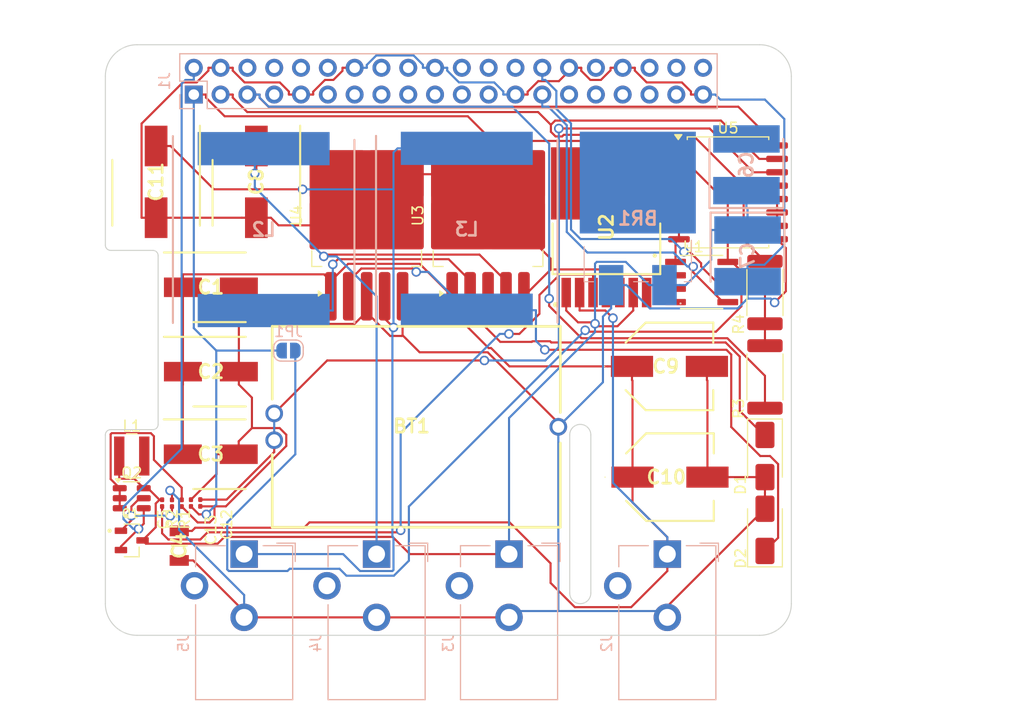
<source format=kicad_pcb>
(kicad_pcb (version 20240108) (generator "pcbnew") (generator_version "8.0")
  (title_block (date "15 nov 2012"))
  (layers (0 "F.Cu" signal) (31 "B.Cu" signal) (34 "B.Paste" user) (35 "F.Paste" user) (36 "B.SilkS" user "B.Silkscreen") (37 "F.SilkS" user "F.Silkscreen") (38 "B.Mask" user) (39 "F.Mask" user) (44 "Edge.Cuts" user))
  (net 0 "")
  (net 26 "/24v to 5v/5Vout")
  (net 28 "GND")
  (net 29 "Net-(U5-VBAT)")
  (net 30 "/24v to 12v _2/24Vin")
  (net 31 "Net-(U2-BOOST)")
  (net 32 "/24v to 12v/12Vout")
  (net 33 "/24v to 12v _2/12Vout")
  (net 34 "3.3V")
  (net 35 "Net-(D1-K)")
  (net 36 "Net-(D2-K)")
  (net 37 "/EEPROM/EEPROM SDA")
  (net 38 "/RTC/SCL")
  (net 39 "/HAT protection/5V protected")
  (net 40 "/RTC/SDA")
  (net 41 "/EEPROM/EEPROM SCL")
  (net 42 "Net-(JP1-A)")
  (net 43 "Net-(Q2B-E2)")
  (net 44 "Net-(Q2A-B1)")
  (footprint "MountingHole:MountingHole_2.7mm_M2.5" (layer "F.Cu") (at 161.5 47.5)
    (property "Reference" "MH2" (hide yes))
    (property "Value" "MountingHole_2.7mm_M2.5" (hide yes))
  )
  (footprint "Package_TO_SOT_SMD:TO-263-5_TabPin3" (layer "F.Cu") (at 136.2618 60.2022 90)
    (property "Reference" "U3")
    (property "Value" "LM2596S-12")
  )
  (footprint "LM2678S-ADJ_NOPB:TO127P1435X464-8N" (layer "F.Cu") (at 147.478 61.3 90)
    (property "Reference" "U2")
    (property "Value" "LM2678T-5.0" (hide yes))
  )
  (footprint "Resistor_SMD:R_0201_0603Metric" (layer "F.Cu") (at 107.2358 87.4723 -90)
    (property "Reference" "R1")
    (property "Value" "10k ohm")
  )
  (footprint "Package_TO_SOT_SMD:TO-263-5_TabPin3" (layer "F.Cu") (at 124.7618 60.2022 90)
    (property "Reference" "U4")
    (property "Value" "LM2596S-12")
  )
  (footprint "Diode_SMD:D_SMA" (layer "F.Cu") (at 162.5 90 90)
    (property "Reference" "D2")
    (property "Value" "SS26")
  )
  (footprint "Inductor_SMD:L_Wuerth_MAPI-4020" (layer "F.Cu") (at 102.5 83)
    (property "Reference" "L1")
    (property "Value" "22uH")
  )
  (footprint "AHA0608150M050R:CAPAE660X850N" (layer "F.Cu") (at 110 67)
    (property "Reference" "C1")
    (property "Value" "15uF/50V" (hide yes))
  )
  (footprint "Capacitor_SMD:C_0201_0603Metric" (layer "F.Cu") (at 108.1111 87.4593 -90)
    (property "Reference" "C13")
    (property "Value" "0.01uF")
  )
  (footprint "Resistor_SMD:R_2512_6332Metric" (layer "F.Cu") (at 162.5 67.5 -90)
    (property "Reference" "R4")
    (property "Value" "10K Ohm")
  )
  (footprint "A768KE187M1ELAE029:CAPAE830X700N" (layer "F.Cu") (at 104.8083 57.0034 -90)
    (property "Reference" "C11")
    (property "Value" "180uF/25V" (hide yes))
  )
  (footprint "Resistor_SMD:R_0201_0603Metric" (layer "F.Cu") (at 106.3123 87.4761 90)
    (property "Reference" "R2")
    (property "Value" "47k ohm")
  )
  (footprint "Package_TO_SOT_SMD:SOT-23-6" (layer "F.Cu") (at 102.5 87)
    (property "Reference" "Q2")
    (property "Value" "DMMT5401")
  )
  (footprint "A768KE187M1ELAE029:CAPAE830X700N" (layer "F.Cu") (at 114.3083 57.0034 -90)
    (property "Reference" "C8")
    (property "Value" "180uF/25V" (hide yes))
  )
  (footprint "MountingHole:MountingHole_2.7mm_M2.5" (layer "F.Cu") (at 103.5 96.5)
    (property "Reference" "MH3" (hide yes))
    (property "Value" "MountingHole_2.7mm_M2.5" (hide yes))
  )
  (footprint "AHA0608150M050R:CAPAE660X850N" (layer "F.Cu") (at 110 75)
    (property "Reference" "C2")
    (property "Value" "15uF/50V" (hide yes))
  )
  (footprint "KAF31ER71H474KL:CAPC3216X152N" (layer "F.Cu") (at 107 91.5 -90)
    (property "Reference" "C4")
    (property "Value" "0.47uF" (hide yes))
  )
  (footprint "MountingHole:MountingHole_2.7mm_M2.5" (layer "F.Cu") (at 103.5 47.5)
    (property "Reference" "MH1" (hide yes))
    (property "Value" "MountingHole_2.7mm_M2.5" (hide yes))
  )
  (footprint "120591-1:120591-1" (layer "F.Cu") (at 129.46 80.23)
    (property "Reference" "BT1")
    (property "Value" "120591-1" (hide yes))
  )
  (footprint "Diode_SMD:D_SMA" (layer "F.Cu") (at 162.5 83 -90)
    (property "Reference" "D1")
    (property "Value" "SS26")
  )
  (footprint "AHA0608150M050R:CAPAE660X850N" (layer "F.Cu") (at 109.987 82.8287)
    (property "Reference" "C3")
    (property "Value" "15uF/50V" (hide yes))
  )
  (footprint "EEH-ZA1V151P:EEHZA1H680P" (layer "F.Cu") (at 153.45 74.5)
    (property "Reference" "C9")
    (property "Value" "150uF/35V" (hide yes))
  )
  (footprint "CAT24C256WI-G:SOIC127P600X175-8N" (layer "F.Cu") (at 156.5 66.5)
    (property "Reference" "U1")
    (property "Value" "CAT24C256")
  )
  (footprint "Package_SO:SOIC-16W_7.5x10.3mm_P1.27mm" (layer "F.Cu") (at 159 58)
    (property "Reference" "U5")
    (property "Value" "DS3231M")
  )
  (footprint "EEH-ZA1V151P:EEHZA1H680P" (layer "F.Cu") (at 153.5 85)
    (property "Reference" "C10")
    (property "Value" "150uF/35V" (hide yes))
  )
  (footprint "MountingHole:MountingHole_2.7mm_M2.5" (layer "F.Cu") (at 161.5 96.5)
    (property "Reference" "MH4" (hide yes))
    (property "Value" "MountingHole_2.7mm_M2.5" (hide yes))
  )
  (footprint "Capacitor_SMD:C_0201_0603Metric" (layer "F.Cu") (at 105.3761 87.4669 -90)
    (property "Reference" "C5")
    (property "Value" "0.01uF")
  )
  (footprint "Resistor_SMD:R_2512_6332Metric" (layer "F.Cu") (at 162.5 75.5 -90)
    (property "Reference" "R3")
    (property "Value" "10K ohm")
  )
  (footprint "DMG2305UX-13:SOT91P240X110-3N" (layer "F.Cu") (at 102.5 91)
    (property "Reference" "Q1")
    (property "Value" "DMG2305UX-13")
  )
  (footprint "Capacitor_SMD:C_0201_0603Metric" (layer "F.Cu") (at 108.9946 87.4524 -90)
    (property "Reference" "C12")
    (property "Value" "0.01uF")
  )
  (footprint "595D187X9016R2T:CAPPC5958X380N" (layer "B.Cu") (at 160.8493 64.0176 -90)
    (property "Reference" "C7")
    (property "Value" "180uF/16V" (hide yes))
  )
  (footprint "PA4344.683NLT:PA4344683NLT" (layer "B.Cu") (at 115 61.5295 180)
    (property "Reference" "L2")
    (property "Value" "68uH" (hide yes))
  )
  (footprint "Connector_BarrelJack:BarrelJack_CUI_PJ-102AH_Horizontal" (layer "B.Cu") (at 153.25 92.3 180)
    (property "Reference" "J2")
    (property "Value" "24Vin")
  )
  (footprint "Connector_PinSocket_2.54mm:PinSocket_2x20_P2.54mm_Vertical" (layer "B.Cu") (at 108.38 48.7252 -90)
    (property "Reference" "J1")
    (property "Value" "Raspberry Pi Pinout")
  )
  (footprint "Connector_BarrelJack:BarrelJack_CUI_PJ-102AH_Horizontal" (layer "B.Cu") (at 138.25 92.3 180)
    (property "Reference" "J3")
    (property "Value" "5Vout")
  )
  (footprint "Connector_BarrelJack:BarrelJack_CUI_PJ-102AH_Horizontal" (layer "B.Cu") (at 113.15 92.3 180)
    (property "Reference" "J5")
    (property "Value" "Jack-DC")
  )
  (footprint "PA4344.683NLT:PA4344683NLT" (layer "B.Cu") (at 134.2465 61.5 180)
    (property "Reference" "L3")
    (property "Value" "68uH" (hide yes))
  )
  (footprint "VS-6TQ045STRL-M3:VS6TQ045STRLM3" (layer "B.Cu") (at 150.4498 61.9316 180)
    (property "Reference" "BR1")
    (property "Value" "VS-6TQ045-M3" (hide yes))
  )
  (footprint "Jumper:SolderJumper-2_P1.3mm_Open_RoundedPad1.0x1.5mm" (layer "B.Cu") (at 117.35 73 180)
    (property "Reference" "JP1")
    (property "Value" "SolderJumper_2_Open")
  )
  (footprint "595D187X9016R2T:CAPPC5958X380N" (layer "B.Cu") (at 160.7436 55.3843 90)
    (property "Reference" "C6")
    (property "Value" "180uF/16v" (hide yes))
  )
  (footprint "Connector_BarrelJack:BarrelJack_CUI_PJ-102AH_Horizontal" (layer "B.Cu") (at 125.7 92.3 180)
    (property "Reference" "J4")
    (property "Value" "Jack-DC")
  )
  (gr_arc (start 100.5 63.5) (mid 100.146447 63.353553) (end 100 63) (stroke (width 0.1)) (layer "Edge.Cuts"))
  (gr_arc (start 162 44) (mid 164.12132 44.87868) (end 165 47) (stroke (width 0.1)) (layer "Edge.Cuts"))
  (gr_line (start 165 97) (end 165 47) (stroke (width 0.1)) (layer "Edge.Cuts"))
  (gr_line (start 100 47) (end 100 63) (stroke (width 0.1)) (layer "Edge.Cuts"))
  (gr_line (start 146 81) (end 146 96) (stroke (width 0.1)) (layer "Edge.Cuts"))
  (gr_line (start 144 96) (end 144 81) (stroke (width 0.1)) (layer "Edge.Cuts"))
  (gr_arc (start 103 100) (mid 100.87868 99.12132) (end 100 97) (stroke (width 0.1)) (layer "Edge.Cuts"))
  (gr_line (start 103 100) (end 162 100) (stroke (width 0.1)) (layer "Edge.Cuts"))
  (gr_line (start 104.5 80.5) (end 100.5 80.5) (stroke (width 0.1)) (layer "Edge.Cuts"))
  (gr_arc (start 144 81) (mid 145 80) (end 146 81) (stroke (width 0.1)) (layer "Edge.Cuts"))
  (gr_arc (start 100 81) (mid 100.146138 80.646755) (end 100.499127 80.500001) (stroke (width 0.1)) (layer "Edge.Cuts"))
  (gr_arc (start 165 97) (mid 164.12132 99.12132) (end 162 100) (stroke (width 0.1)) (layer "Edge.Cuts"))
  (gr_line (start 105 64) (end 105 80) (stroke (width 0.1)) (layer "Edge.Cuts"))
  (gr_arc (start 100 47) (mid 100.87868 44.87868) (end 103 44) (stroke (width 0.1)) (layer "Edge.Cuts"))
  (gr_arc (start 146 96) (mid 145 97) (end 144 96) (stroke (width 0.1)) (layer "Edge.Cuts"))
  (gr_line (start 100 81) (end 100 97) (stroke (width 0.1)) (layer "Edge.Cuts"))
  (gr_line (start 100.5 63.5) (end 104.5 63.5) (stroke (width 0.1)) (layer "Edge.Cuts"))
  (gr_arc (start 105 80) (mid 104.853553 80.353553) (end 104.5 80.5) (stroke (width 0.1)) (layer "Edge.Cuts"))
  (gr_arc (start 104.5 63.5) (mid 104.853553 63.646447) (end 105 64) (stroke (width 0.1)) (layer "Edge.Cuts"))
  (gr_line (start 162 44) (end 103 44) (stroke (width 0.1)) (layer "Edge.Cuts"))
  (segment (start 102.6091 85.1517) (end 101.315 85.1517) (width 0.2) (layer "F.Cu") (net 26))
  (segment (start 103.6375 86.05) (end 104.0316 86.05) (width 0.2) (layer "F.Cu") (net 26))
  (segment (start 103.525 91) (end 104.7715 89.7535) (width 0.2) (layer "F.Cu") (net 26))
  (segment (start 110.636 91.3139) (end 111.2799 90.67) (width 0.2) (layer "F.Cu") (net 26))
  (segment (start 104.7715 87.5039) (end 105.1285 87.1469) (width 0.2) (layer "F.Cu") (net 26))
  (segment (start 146.3964 70.453) (end 146.6393 70.6959) (width 0.2) (layer "F.Cu") (net 26))
  (segment (start 128.8554 92.3) (end 136.6483 92.3) (width 0.2) (layer "F.Cu") (net 26))
  (segment (start 144.7926 70.3263) (end 143.668 69.2017) (width 0.2) (layer "F.Cu") (net 26))
  (segment (start 102.6742 85.0866) (end 103.6375 86.05) (width 0.2) (layer "F.Cu") (net 26))
  (segment (start 111.2799 90.67) (end 127.2254 90.67) (width 0.2) (layer "F.Cu") (net 26))
  (segment (start 103.8389 91.3139) (end 110.636 91.3139) (width 0.2) (layer "F.Cu") (net 26))
  (segment (start 150.018 67.5) (end 150.018 69.2017) (width 0.2) (layer "F.Cu") (net 26))
  (segment (start 103.525 91) (end 103.8389 91.3139) (width 0.2) (layer "F.Cu") (net 26))
  (segment (start 103.685 83) (end 103.685 84.0758) (width 0.2) (layer "F.Cu") (net 26))
  (segment (start 146.3964 70.453) (end 146.2697 70.3263) (width 0.2) (layer "F.Cu") (net 26))
  (segment (start 102.6742 85.0866) (end 102.6091 85.1517) (width 0.2) (layer "F.Cu") (net 26))
  (segment (start 138.25 92.3) (end 136.6483 92.3) (width 0.2) (layer "F.Cu") (net 26))
  (segment (start 143.668 67.5) (end 143.668 69.2017) (width 0.2) (layer "F.Cu") (net 26))
  (segment (start 104.7715 89.7535) (end 104.7715 87.5039) (width 0.2) (layer "F.Cu") (net 26))
  (segment (start 127.2254 90.67) (end 128.8554 92.3) (width 0.2) (layer "F.Cu") (net 26))
  (segment (start 103.685 84.0758) (end 102.6742 85.0866) (width 0.2) (layer "F.Cu") (net 26))
  (segment (start 105.1285 87.1469) (end 105.3761 87.1469) (width 0.2) (layer "F.Cu") (net 26))
  (segment (start 146.2697 70.3263) (end 144.7926 70.3263) (width 0.2) (layer "F.Cu") (net 26))
  (segment (start 101.315 83) (end 101.315 85.1517) (width 0.2) (layer "F.Cu") (net 26))
  (segment (start 148.5238 70.6959) (end 150.018 69.2017) (width 0.2) (layer "F.Cu") (net 26))
  (segment (start 104.0316 86.05) (end 105.1285 87.1469) (width 0.2) (layer "F.Cu") (net 26))
  (segment (start 146.6393 70.6959) (end 148.5238 70.6959) (width 0.2) (layer "F.Cu") (net 26))
  (via (at 146.3964 70.453) (size 0.9) (drill 0.6) (layers "F.Cu" "B.Cu") (net 26))
  (segment (start 157.3976 64.3949) (end 157.3976 61.5676) (width 0.2) (layer "B.Cu") (net 26))
  (segment (start 138.25 79.3947) (end 146.3964 71.2483) (width 0.2) (layer "B.Cu") (net 26))
  (segment (start 160.7436 59.436) (end 160.8493 59.5417) (width 0.2) (layer "B.Cu") (net 26))
  (segment (start 152.9748 66.7916) (end 154.4365 66.7916) (width 0.2) (layer "B.Cu") (net 26))
  (segment (start 155.0009 66.7916) (end 157.3976 64.3949) (width 0.2) (layer "B.Cu") (net 26))
  (segment (start 146.3964 70.453) (end 146.3964 64.7599) (width 0.2) (layer "B.Cu") (net 26))
  (segment (start 146.3964 71.2483) (end 146.3964 70.453) (width 0.2) (layer "B.Cu") (net 26))
  (segment (start 154.4365 66.7916) (end 155.0009 66.7916) (width 0.2) (layer "B.Cu") (net 26))
  (segment (start 160.8493 59.5417) (end 160.8493 61.5676) (width 0.2) (layer "B.Cu") (net 26))
  (segment (start 160.7436 57.8343) (end 160.7436 59.436) (width 0.2) (layer "B.Cu") (net 26))
  (segment (start 160.8493 61.5676) (end 157.3976 61.5676) (width 0.2) (layer "B.Cu") (net 26))
  (segment (start 146.5714 64.5849) (end 149.3064 64.5849) (width 0.2) (layer "B.Cu") (net 26))
  (segment (start 138.25 92.3) (end 138.25 79.3947) (width 0.2) (layer "B.Cu") (net 26))
  (segment (start 152.9748 66.7916) (end 151.5131 66.7916) (width 0.2) (layer "B.Cu") (net 26))
  (segment (start 149.3064 64.5849) (end 151.5131 66.7916) (width 0.2) (layer "B.Cu") (net 26))
  (segment (start 146.3964 64.7599) (end 146.5714 64.5849) (width 0.2) (layer "B.Cu") (net 26))
  (segment (start 136.6118 58.7022) (end 139.0368 61.1272) (width 0.2) (layer "F.Cu") (net 28))
  (segment (start 115.685 60.4034) (end 116.4088 61.1272) (width 0.2) (layer "F.Cu") (net 28))
  (segment (start 140.0117 48.4567) (end 140.0117 48.7252) (width 0.2) (layer "F.Cu") (net 28))
  (segment (start 116.513 80.3504) (end 113.8886 80.3504) (width 0.2) (layer "F.Cu") (net 28))
  (segment (start 127.5368 56.2772) (end 133.4868 56.2772) (width 0.2) (layer "F.Cu") (net 28))
  (segment (start 113.8886 80.3504) (end 112.637 81.602) (width 0.2) (layer "F.Cu") (net 28))
  (segment (start 110.5353 84.7151) (end 108.1111 87.1393) (width 0.2) (layer "F.Cu") (net 28))
  (segment (start 112.637 82.8287) (end 110.5353 82.8287) (width 0.2) (layer "F.Cu") (net 28))
  (segment (start 121.6046 47.3369) (end 120.8115 47.3369) (width 0.2) (layer "F.Cu") (net 28))
  (segment (start 149.02 46.1852) (end 147.8683 46.1852) (width 0.2) (layer "F.Cu") (net 28))
  (segment (start 162.5 85) (end 162.5 88) (width 0.2) (layer "F.Cu") (net 28))
  (segment (start 141.0132 47.4552) (end 140.0117 48.4567) (width 0.2) (layer "F.Cu") (net 28))
  (segment (start 116.5246 47.5735) (end 113.1915 47.5735) (width 0.2) (layer "F.Cu") (net 28))
  (segment (start 125.7 98.3) (end 138.25 98.3) (width 0.2) (layer "F.Cu") (net 28))
  (segment (start 163.65 57.365) (end 163.65 58.635) (width 0.2) (layer "F.Cu") (net 28))
  (segment (start 106.1292 86.2666) (end 106.3123 86.4497) (width 0.2) (layer "F.Cu") (net 28))
  (segment (start 128.1618 71.5476) (end 128.1618 67.8522) (width 0.2) (layer "F.Cu") (net 28))
  (segment (start 142.2063 65.3077) (end 139.6618 67.8522) (width 0.2) (layer "F.Cu") (net 28))
  (segment (start 145.0917 46.1852) (end 145.0917 46.4732) (width 0.2) (layer "F.Cu") (net 28))
  (segment (start 139.6618 67.8522) (end 139.6618 69.2994) (width 0.2) (layer "F.Cu") (net 28))
  (segment (start 163.65 59.905) (end 163.65 61.175) (width 0.2) (layer "F.Cu") (net 28))
  (segment (start 147.478 67.5) (end 147.478 65.7983) (width 0.2) (layer "F.Cu") (net 28))
  (segment (start 125.1118 58.7022) (end 127.5368 61.1272) (width 0.2) (layer "F.Cu") (net 28))
  (segment (start 107.3397 47.5735) (end 103.4316 51.4816) (width 0.2) (layer "F.Cu") (net 28))
  (segment (start 136.2618 69.3493) (end 136.2618 67.8522) (width 0.2) (layer "F.Cu") (net 28))
  (segment (start 139.0368 61.1272) (end 142.2063 64.2967) (width 0.2) (layer "F.Cu") (net 28))
  (segment (start 136.2273 73.1643) (end 129.7785 73.1643) (width 0.2) (layer "F.Cu") (net 28))
  (segment (start 147.8683 46.4257) (end 147.8683 46.1852) (width 0.2) (layer "F.Cu") (net 28))
  (segment (start 157.05 85) (end 157.05 75.8517) (width 0.2) (layer "F.Cu") (net 28))
  (segment (start 111.4152 87.7724) (end 117.1419 82.0457) (width 0.2) (layer "F.Cu") (net 28))
  (segment (start 124.7618 58.7022) (end 125.1118 58.7022) (width 0.2) (layer "F.Cu") (net 28))
  (segment (start 154.025 68.405) (end 154.025 67.135) (width 0.2) (layer "F.Cu") (net 28))
  (segment (start 146.9571 47.3369) (end 147.8683 46.4257) (width 0.2) (layer "F.Cu") (net 28))
  (segment (start 136.6118 58.7022) (end 139.0368 56.2772) (width 0.2) (layer "F.Cu") (net 28))
  (segment (start 112.0717 46.4537) (end 112.0717 46.1852) (width 0.2) (layer "F.Cu") (net 28))
  (segment (start 124.7618 58.7022) (end 124.4118 58.7022) (width 0.2) (layer "F.Cu") (net 28))
  (segment (start 157.05 75.8517) (end 157 75.8017) (width 0.2) (layer "F.Cu") (net 28))
  (segment (start 155.4883 48.4372) (end 154.6246 47.5735) (width 0.2) (layer "F.Cu") (net 28))
  (segment (start 133.4868 56.2772) (end 135.9118 58.7022) (width 0.2) (layer "F.Cu") (net 28))
  (segment (start 124.4118 58.7022) (end 121.9868 56.2772) (width 0.2) (layer "F.Cu") (net 28))
  (segment (start 136.2618 58.7022) (end 136.6118 58.7022) (width 0.2) (layer "F.Cu") (net 28))
  (segment (start 138.5053 70.4559) (end 137.3684 70.4559) (width 0.2) (layer "F.Cu") (net 28))
  (segment (start 118.54 48.7252) (end 117.3883 48.7252) (width 0.2) (layer "F.Cu") (net 28))
  (segment (start 108.3209 92.9) (end 107 92.9) (width 0.2) (layer "F.Cu") (net 28))
  (segment (start 154.025 67.135) (end 154.025 65.865) (width 0.2) (layer "F.Cu") (net 28))
  (segment (start 154.35 62.445) (end 154.35 61.175) (width 0.2) (layer "F.Cu") (net 28))
  (segment (start 129.7785 73.1643) (end 128.1618 71.5476) (width 0.2) (layer "F.Cu") (net 28))
  (segment (start 146.9874 65.3077) (end 147.478 65.7983) (width 0.2) (layer "F.Cu") (net 28))
  (segment (start 144.5159 46.1852) (end 144.2412 46.1852) (width 0.2) (layer "F.Cu") (net 28))
  (segment (start 137.3684 70.4559) (end 136.2618 69.3493) (width 0.2) (layer "F.Cu") (net 28))
  (segment (start 142.92 79.857) (end 136.2273 73.1643) (width 0.2) (layer "F.Cu") (net 28))
  (segment (start 117.1419 80.9793) (end 116.513 80.3504) (width 0.2) (layer "F.Cu") (net 28))
  (segment (start 128.0963 71.6131) (end 128.1618 71.5476) (width 0.2) (layer "F.Cu") (net 28))
  (segment (start 104.8083 60.4034) (end 112.9316 60.4034) (width 0.2) (layer "F.Cu") (net 28))
  (segment (start 110.5353 82.8287) (end 110.5353 84.7151) (width 0.2) (layer "F.Cu") (net 28))
  (segment (start 110.3379 88.8427) (end 109.884 89.2966) (width 0.2) (layer "F.Cu") (net 28))
  (segment (start 153.25 98.3) (end 153.25 97.25) (width 0.2) (layer "F.Cu") (net 28))
  (segment (start 112.65 75) (end 112.65 76.2267) (width 0.2) (layer "F.Cu") (net 28))
  (segment (start 142.2063 65.3077) (end 146.9874 65.3077) (width 0.2) (layer "F.Cu") (net 28))
  (segment (start 164.4777 63.2727) (end 164.4777 67.3784) (width 0.2) (layer "F.Cu") (net 28))
  (segment (start 139.6618 69.2994) (end 138.5053 70.4559) (width 0.2) (layer "F.Cu") (net 28))
  (segment (start 112.65 67) (end 112.65 70.4736) (width 0.2) (layer "F.Cu") (net 28))
  (segment (start 117.3883 48.4372) (end 116.5246 47.5735) (width 0.2) (layer "F.Cu") (net 28))
  (segment (start 108.6485 47.5735) (end 107.3397 47.5735) (width 0.2) (layer "F.Cu") (net 28))
  (segment (start 154.35 62.445) (end 154.025 62.77) (width 0.2) (layer "F.Cu") (net 28))
  (segment (start 119.6917 48.4567) (end 119.6917 48.7252) (width 0.2) (layer "F.Cu") (net 28))
  (segment (start 125.1118 58.7022) (end 127.5368 56.2772) (width 0.2) (layer "F.Cu") (net 28))
  (segment (start 114.3083 60.4034) (end 112.9316 60.4034) (width 0.2) (layer "F.Cu") (net 28))
  (segment (start 113.15 98.3) (end 113.15 97.7291) (width 0.2) (layer "F.Cu") (net 28))
  (segment (start 157 74.5) (end 157 75.8017) (width 0.2) (layer "F.Cu") (net 28))
  (segment (start 154.025 62.77) (end 154.025 64.595) (width 0.2) (layer "F.Cu") (net 28))
  (segment (start 154.35 61.175) (end 154.35 59.905) (width 0.2) (layer "F.Cu") (net 28))
  (segment (start 113.8886 77.4653) (end 113.8886 80.3504) (width 0.2) (layer "F.Cu") (net 28))
  (segment (start 142.9712 47.4552) (end 141.0132 47.4552) (width 0.2) (layer "F.Cu") (net 28))
  (segment (start 118.54 48.7252) (end 119.6917 48.7252) (width 0.2) (layer "F.Cu") (net 28))
  (segment (start 155.4883 48.7252) (end 155.4883 48.4372) (width 0.2) (layer "F.Cu") (net 28))
  (segment (start 108.7401 89.2966) (end 107.2358 87.7923) (width 0.2) (layer "F.Cu") (net 28))
  (segment (start 164.4777 67.3784) (end 163.4159 68.4402) (width 0.2) (layer "F.Cu") (net 28))
  (segment (start 153.25 97.25) (end 162.5 88) (width 0.2) (layer "F.Cu") (net 28))
  (segment (start 110.92 46.1852) (end 112.0717 46.1852) (width 0.2) (layer "F.Cu") (net 28))
  (segment (start 122.4683 46.1852) (end 122.4683 46.4732) (width 0.2) (layer "F.Cu") (net 28))
  (segment (start 112.65 70.4736) (end 112.65 75) (width 0.2) (layer "F.Cu") (net 28))
  (segment (start 154.025 64.595) (end 154.025 65.7983) (width 0.2) (layer "F.Cu") (net 28))
  (segment (start 142.92 80.23) (end 142.92 79.857) (width 0.2) (layer "F.Cu") (net 28))
  (segment (start 163.65 61.175) (end 163.65 62.445) (width 0.2) (layer "F.Cu") (net 28))
  (segment (start 150.1717 46.4537) (end 150.1717 46.1852) (width 0.2) (layer "F.Cu") (net 28))
  (segment (start 112.65 70.4736) (end 123.6038 70.4736) (width 0.2) (layer "F.Cu") (net 28))
  (segment (start 113.1915 47.5735) (end 112.0717 46.4537) (width 0.2) (layer "F.Cu") (net 28))
  (segment (start 163.65 62.445) (end 164.4777 63.2727) (width 0.2) (layer "F.Cu") (net 28))
  (segment (start 124.7256 69.3518) (end 124.7618 69.3156) (width 0.2) (layer "F.Cu") (net 28))
  (segment (start 154.025 65.7983) (end 154.025 65.865) (width 0.2) (layer "F.Cu") (net 28))
  (segment (start 123.62 46.1852) (end 122.4683 46.1852) (width 0.2) (layer "F.Cu") (net 28))
  (segment (start 145.9554 47.3369) (end 146.9571 47.3369) (width 0.2) (layer "F.Cu") (net 28))
  (segment (start 123.6038 70.4736) (end 124.7256 69.3518) (width 0.2) (layer "F.Cu") (net 28))
  (segment (start 121.9868 61.1272) (end 124.4118 58.7022) (width 0.2) (layer "F.Cu") (net 28))
  (segment (start 135.9118 58.7022) (end 136.2618 58.7022) (width 0.2) (layer "F.Cu") (net 28))
  (segment (start 117.1419 82.0457) (end 117.1419 80.9793) (width 0.2) (layer "F.Cu") (net 28))
  (segment (start 144.5159 46.1852) (end 145.0917 46.1852) (width 0.2) (layer "F.Cu") (net 28))
  (segment (start 116.4088 61.1272) (end 121.9868 61.1272) (width 0.2) (layer "F.Cu") (net 28))
  (segment (start 126.9869 71.6131) (end 128.0963 71.6131) (width 0.2) (layer "F.Cu") (net 28))
  (segment (start 117.3883 48.7252) (end 117.3883 48.4372) (width 0.2) (layer "F.Cu") (net 28))
  (segment (start 149.02 46.1852) (end 150.1717 46.1852) (width 0.2) (layer "F.Cu") (net 28))
  (segment (start 162.5 85) (end 157.05 85) (width 0.2) (layer "F.Cu") (net 28))
  (segment (start 110.3379 87.7724) (end 110.3379 88.8427) (width 0.2) (layer "F.Cu") (net 28))
  (segment (start 112.637 82.8287) (end 112.637 81.602) (width 0.2) (layer "F.Cu") (net 28))
  (segment (start 154.6246 47.5735) (end 151.2915 47.5735) (width 0.2) (layer "F.Cu") (net 28))
  (segment (start 109.7683 46.1852) (end 109.7683 46.4537) (width 0.2) (layer "F.Cu") (net 28))
  (segment (start 154.35 59.905) (end 154.35 58.635) (width 0.2) (layer "F.Cu") (net 28))
  (segment (start 142.2063 64.2967) (end 142.2063 65.3077) (width 0.2) (layer "F.Cu") (net 28))
  (segment (start 154.025 65.7983) (end 147.478 65.7983) (width 0.2) (layer "F.Cu") (net 28))
  (segment (start 109.884 89.2966) (end 108.7401 89.2966) (width 0.2) (layer "F.Cu") (net 28))
  (segment (start 145.0917 46.4732) (end 145.9554 47.3369) (width 0.2) (layer "F.Cu") (net 28))
  (segment (start 110.92 46.1852) (end 109.7683 46.1852) (width 0.2) (layer "F.Cu") (net 28))
  (segment (start 163.65 58.635) (end 163.65 59.905) (width 0.2) (layer "F.Cu") (net 28))
  (segment (start 106.3123 86.4497) (end 106.3123 87.1561) (width 0.2) (layer "F.Cu") (net 28))
  (segment (start 144.2412 46.1852) (end 142.9712 47.4552) (width 0.2) (layer "F.Cu") (net 28))
  (segment (start 135.9118 58.7022) (end 133.4868 61.1272) (width 0.2) (layer "F.Cu") (net 28))
  (segment (start 109.7683 46.4537) (end 108.6485 47.5735) (width 0.2) (layer "F.Cu") (net 28))
  (segment (start 113.15 97.7291) (end 108.3209 92.9) (width 0.2) (layer "F.Cu") (net 28))
  (segment (start 108.9946 87.7724) (end 110.3379 87.7724) (width 0.2) (layer "F.Cu") (net 28))
  (segment (start 103.4316 51.4816) (end 103.4316 60.4034) (width 0.2) (layer "F.Cu") (net 28))
  (segment (start 151.2915 47.5735) (end 150.1717 46.4537) (width 0.2) (layer "F.Cu") (net 28))
  (segment (start 122.4683 46.4732) (end 121.6046 47.3369) (width 0.2) (layer "F.Cu") (net 28))
  (segment (start 110.3379 87.7724) (end 111.4152 87.7724) (width 0.2) (layer "F.Cu") (net 28))
  (segment (start 114.3083 60.4034) (end 115.685 60.4034) (width 0.2) (layer "F.Cu") (net 28))
  (segment (start 104.8083 60.4034) (end 103.4316 60.4034) (width 0.2) (layer "F.Cu") (net 28))
  (segment (start 156.64 48.7252) (end 155.4883 48.7252) (width 0.2) (layer "F.Cu") (net 28))
  (segment (start 112.65 76.2267) (end 113.8886 77.4653) (width 0.2) (layer "F.Cu") (net 28))
  (segment (start 143.94 46.1852) (end 144.2412 46.1852) (width 0.2) (layer "F.Cu") (net 28))
  (segment (start 138.86 48.7252) (end 140.0117 48.7252) (width 0.2) (layer "F.Cu") (net 28))
  (segment (start 124.7256 69.3518) (end 126.9869 71.6131) (width 0.2) (layer "F.Cu") (net 28))
  (segment (start 125.7 98.3) (end 113.15 98.3) (width 0.2) (layer "F.Cu") (net 28))
  (segment (start 124.7618 69.3156) (end 124.7618 67.8522) (width 0.2) (layer "F.Cu") (net 28))
  (segment (start 120.8115 47.3369) (end 119.6917 48.4567) (width 0.2) (layer "F.Cu") (net 28))
  (via (at 163.4159 68.4402) (size 0.9) (drill 0.6) (layers "F.Cu" "B.Cu") (net 28))
  (via (at 106.1292 86.2666) (size 0.9) (drill 0.6) (layers "F.Cu" "B.Cu") (net 28))
  (segment (start 147.9248 66.7916) (end 149.3865 66.7916) (width 0.2) (layer "B.Cu") (net 28))
  (segment (start 147.1481 69.775) (end 147.9248 68.9983) (width 0.2) (layer "B.Cu") (net 28))
  (segment (start 147.1481 76.0019) (end 147.1481 69.775) (width 0.2) (layer "B.Cu") (net 28))
  (segment (start 142.92 97.6988) (end 152.6488 97.6988) (width 0.2) (layer "B.Cu") (net 28))
  (segment (start 162.4908 49.2026) (end 164.3319 51.0437) (width 0.2) (layer "B.Cu") (net 28))
  (segment (start 113.15 98.3) (end 113.15 96.1808) (width 0.2) (layer "B.Cu") (net 28))
  (segment (start 130.0883 45.8973) (end 129.209 45.018) (width 0.2) (layer "B.Cu") (net 28))
  (segment (start 158.2691 49.2026) (end 162.4908 49.2026) (width 0.2) (layer "B.Cu") (net 28))
  (segment (start 160.8493 66.4676) (end 160.8493 68.0693) (width 0.2) (layer "B.Cu") (net 28))
  (segment (start 124.7717 45.9167) (end 124.7717 46.1852) (width 0.2) (layer "B.Cu") (net 28))
  (segment (start 159.9131 69.0055) (end 160.8493 68.0693) (width 0.2) (layer "B.Cu") (net 28))
  (segment (start 162.451 64.8659) (end 160.8493 64.8659) (width 0.2) (layer "B.Cu") (net 28))
  (segment (start 123.62 46.1852) (end 124.7717 46.1852) (width 0.2) (layer "B.Cu") (net 28))
  (segment (start 160.8493 68.0693) (end 163.045 68.0693) (width 0.2) (layer "B.Cu") (net 28))
  (segment (start 138.25 98.3) (end 138.8512 97.6988) (width 0.2) (layer "B.Cu") (net 28))
  (segment (start 156.64 48.7252) (end 157.7917 48.7252) (width 0.2) (layer "B.Cu") (net 28))
  (segment (start 132.3917 46.4537) (end 132.3917 46.1852) (width 0.2) (layer "B.Cu") (net 28))
  (segment (start 151.6004 69.0055) (end 159.9131 69.0055) (width 0.2) (layer "B.Cu") (net 28))
  (segment (start 137.7083 48.4372) (end 136.8446 47.5735) (width 0.2) (layer "B.Cu") (net 28))
  (segment (start 129.209 45.018) (end 125.6704 45.018) (width 0.2) (layer "B.Cu") (net 28))
  (segment (start 152.6488 97.6988) (end 153.25 98.3) (width 0.2) (layer "B.Cu") (net 28))
  (segment (start 130.0883 46.1852) (end 130.0883 45.8973) (width 0.2) (layer "B.Cu") (net 28))
  (segment (start 142.92 80.23) (end 147.1481 76.0019) (width 0.2) (layer "B.Cu") (net 28))
  (segment (start 163.045 68.0693) (end 163.4159 68.4402) (width 0.2) (layer "B.Cu") (net 28))
  (segment (start 133.5115 47.5735) (end 132.3917 46.4537) (width 0.2) (layer "B.Cu") (net 28))
  (segment (start 149.3865 66.7916) (end 151.6004 69.0055) (width 0.2) (layer "B.Cu") (net 28))
  (segment (start 160.8493 66.4676) (end 160.8493 64.8659) (width 0.2) (layer "B.Cu") (net 28))
  (segment (start 147.9248 66.7916) (end 147.9248 68.9983) (width 0.2) (layer "B.Cu") (net 28))
  (segment (start 164.3319 51.0437) (end 164.3319 62.985) (width 0.2) (layer "B.Cu") (net 28))
  (segment (start 164.3319 62.985) (end 162.451 64.8659) (width 0.2) (layer "B.Cu") (net 28))
  (segment (start 157.7917 48.7252) (end 158.2691 49.2026) (width 0.2) (layer "B.Cu") (net 28))
  (segment (start 113.15 96.1808) (end 106.9855 90.0163) (width 0.2) (layer "B.Cu") (net 28))
  (segment (start 131.24 46.1852) (end 132.3917 46.1852) (width 0.2) (layer "B.Cu") (net 28))
  (segment (start 138.8512 97.6988) (end 142.92 97.6988) (width 0.2) (layer "B.Cu") (net 28))
  (segment (start 137.7083 48.7252) (end 137.7083 48.4372) (width 0.2) (layer "B.Cu") (net 28))
  (segment (start 106.9855 87.1229) (end 106.1292 86.2666) (width 0.2) (layer "B.Cu") (net 28))
  (segment (start 131.24 46.1852) (end 130.0883 46.1852) (width 0.2) (layer "B.Cu") (net 28))
  (segment (start 138.86 48.7252) (end 137.7083 48.7252) (width 0.2) (layer "B.Cu") (net 28))
  (segment (start 142.92 80.23) (end 142.92 97.6988) (width 0.2) (layer "B.Cu") (net 28))
  (segment (start 125.6704 45.018) (end 124.7717 45.9167) (width 0.2) (layer "B.Cu") (net 28))
  (segment (start 136.8446 47.5735) (end 133.5115 47.5735) (width 0.2) (layer "B.Cu") (net 28))
  (segment (start 106.9855 90.0163) (end 106.9855 87.1229) (width 0.2) (layer "B.Cu") (net 28))
  (segment (start 157.2564 51.9443) (end 142.968 51.9443) (width 0.2) (layer "F.Cu") (net 29))
  (segment (start 111.485 87.1324) (end 108.9946 87.1324) (width 0.2) (layer "F.Cu") (net 29))
  (segment (start 116 82.6174) (end 111.485 87.1324) (width 0.2) (layer "F.Cu") (net 29))
  (segment (start 163.65 56.095) (end 161.4071 56.095) (width 0.2) (layer "F.Cu") (net 29))
  (segment (start 116 78.96) (end 121.0205 73.9395) (width 0.2) (layer "F.Cu") (net 29))
  (segment (start 161.4071 56.095) (end 157.2564 51.9443) (width 0.2) (layer "F.Cu") (net 29))
  (segment (start 121.0205 73.9395) (end 135.9143 73.9395) (width 0.2) (layer "F.Cu") (net 29))
  (segment (start 116 81.5) (end 116 82.6174) (width 0.2) (layer "F.Cu") (net 29))
  (via (at 142.968 51.9443) (size 0.9) (drill 0.6) (layers "F.Cu" "B.Cu") (net 29))
  (via (at 135.9143 73.9395) (size 0.9) (drill 0.6) (layers "F.Cu" "B.Cu") (net 29))
  (segment (start 116 81.5) (end 116 78.96) (width 0.2) (layer "B.Cu") (net 29))
  (segment (start 142.968 51.9443) (end 142.968 72.6614) (width 0.2) (layer "B.Cu") (net 29))
  (segment (start 141.6899 73.9395) (end 135.9143 73.9395) (width 0.2) (layer "B.Cu") (net 29))
  (segment (start 142.968 72.6614) (end 141.6899 73.9395) (width 0.2) (layer "B.Cu") (net 29))
  (segment (start 107.337 82.8287) (end 107.337 81.602) (width 0.2) (layer "F.Cu") (net 30))
  (segment (start 153.25 93.9017) (end 149.8206 97.3311) (width 0.2) (layer "F.Cu") (net 30))
  (segment (start 138.2988 89.2905) (end 119.3395 89.2905) (width 0.2) (layer "F.Cu") (net 30))
  (segment (start 121.3618 66.4159) (end 121.3618 67.8522) (width 0.2) (layer "F.Cu") (net 30))
  (segment (start 107.35 76.2267) (end 107.337 76.2397) (width 0.2) (layer "F.Cu") (net 30))
  (segment (start 149.8206 97.3311) (end 144.4904 97.3311) (width 0.2) (layer "F.Cu") (net 30))
  (segment (start 144.4904 97.3311) (end 142.1852 95.0259) (width 0.2) (layer "F.Cu") (net 30))
  (segment (start 149.95 85) (end 149.95 75.8517) (width 0.2) (layer "F.Cu") (net 30))
  (segment (start 136.5503 72.7626) (end 138.2877 74.5) (width 0.2) (layer "F.Cu") (net 30))
  (segment (start 107.337 76.2397) (end 107.337 81.602) (width 0.2) (layer "F.Cu") (net 30))
  (segment (start 149.9 74.5) (end 149.9 75.8017) (width 0.2) (layer "F.Cu") (net 30))
  (segment (start 148.0964 69.923) (end 147.3751 69.2017) (width 0.2) (layer "F.Cu") (net 30))
  (segment (start 153.25 92.3) (end 153.25 93.9017) (width 0.2) (layer "F.Cu") (net 30))
  (segment (start 142.1852 95.0259) (end 142.1852 93.1769) (width 0.2) (layer "F.Cu") (net 30))
  (segment (start 108.513 89.7987) (end 108.2117 90.1) (width 0.2) (layer "F.Cu") (net 30))
  (segment (start 107.35 67) (end 107.35 65.7733) (width 0.2) (layer "F.Cu") (net 30))
  (segment (start 132.8618 69.3076) (end 136.3168 72.7626) (width 0.2) (layer "F.Cu") (net 30))
  (segment (start 149.95 87.3983) (end 149.95 85) (width 0.2) (layer "F.Cu") (net 30))
  (segment (start 120.7192 65.7733) (end 121.3618 66.4159) (width 0.2) (layer "F.Cu") (net 30))
  (segment (start 121.3618 66.4159) (end 123.0012 64.7765) (width 0.2) (layer "F.Cu") (net 30))
  (segment (start 129.7861 64.7765) (end 132.8618 67.8522) (width 0.2) (layer "F.Cu") (net 30))
  (segment (start 136.3168 72.7626) (end 136.5503 72.7626) (width 0.2) (layer "F.Cu") (net 30))
  (segment (start 107.35 65.7733) (end 120.7192 65.7733) (width 0.2) (layer "F.Cu") (net 30))
  (segment (start 107 90.1) (end 108.2117 90.1) (width 0.2) (layer "F.Cu") (net 30))
  (segment (start 119.3395 89.2905) (end 118.8313 89.7987) (width 0.2) (layer "F.Cu") (net 30))
  (segment (start 149.9 74.5) (end 147.5983 74.5) (width 0.2) (layer "F.Cu") (net 30))
  (segment (start 123.0012 64.7765) (end 129.7861 64.7765) (width 0.2) (layer "F.Cu") (net 30))
  (segment (start 132.8618 67.8522) (end 132.8618 69.3076) (width 0.2) (layer "F.Cu") (net 30))
  (segment (start 149.95 75.8517) (end 149.9 75.8017) (width 0.2) (layer "F.Cu") (net 30))
  (segment (start 153.25 90.6983) (end 149.95 87.3983) (width 0.2) (layer "F.Cu") (net 30))
  (segment (start 118.8313 89.7987) (end 108.513 89.7987) (width 0.2) (layer "F.Cu") (net 30))
  (segment (start 142.1852 93.1769) (end 138.2988 89.2905) (width 0.2) (layer "F.Cu") (net 30))
  (segment (start 107.35 67) (end 107.35 75) (width 0.2) (layer "F.Cu") (net 30))
  (segment (start 138.2877 74.5) (end 147.5983 74.5) (width 0.2) (layer "F.Cu") (net 30))
  (segment (start 153.25 92.3) (end 153.25 90.6983) (width 0.2) (layer "F.Cu") (net 30))
  (segment (start 147.3751 69.2017) (end 144.938 69.2017) (width 0.2) (layer "F.Cu") (net 30))
  (segment (start 107.35 75) (end 107.35 76.2267) (width 0.2) (layer "F.Cu") (net 30))
  (segment (start 144.938 67.5) (end 144.938 69.2017) (width 0.2) (layer "F.Cu") (net 30))
  (via (at 148.0964 69.923) (size 0.9) (drill 0.6) (layers "F.Cu" "B.Cu") (net 30))
  (segment (start 148.0964 85.5447) (end 148.0964 69.923) (width 0.2) (layer "B.Cu") (net 30))
  (segment (start 153.25 90.6983) (end 148.0964 85.5447) (width 0.2) (layer "B.Cu") (net 30))
  (segment (start 153.25 92.3) (end 153.25 90.6983) (width 0.2) (layer "B.Cu") (net 30))
  (segment (start 127.7883 90.2344) (end 127.9805 90.0422) (width 0.2) (layer "F.Cu") (net 31))
  (segment (start 141.1312 67.7231) (end 143.056 65.7983) (width 0.2) (layer "F.Cu") (net 31))
  (segment (start 105.3761 87.7869) (end 105.3761 90.3228) (width 0.2) (layer "F.Cu") (net 31))
  (segment (start 109.6816 90.2344) (end 127.7883 90.2344) (width 0.2) (layer "F.Cu") (net 31))
  (segment (start 138.2397 71.4218) (end 139.2239 71.4218) (width 0.2) (layer "F.Cu") (net 31))
  (segment (start 109.0043 90.9117) (end 109.6816 90.2344) (width 0.2) (layer "F.Cu") (net 31))
  (segment (start 146.208 67.5) (end 146.208 65.7983) (width 0.2) (layer "F.Cu") (net 31))
  (segment (start 141.1312 69.5145) (end 141.1312 67.7231) (width 0.2) (layer "F.Cu") (net 31))
  (segment (start 143.056 65.7983) (end 146.208 65.7983) (width 0.2) (layer "F.Cu") (net 31))
  (segment (start 139.2239 71.4218) (end 141.1312 69.5145) (width 0.2) (layer "F.Cu") (net 31))
  (segment (start 105.965 90.9117) (end 109.0043 90.9117) (width 0.2) (layer "F.Cu") (net 31))
  (segment (start 105.3761 90.3228) (end 105.965 90.9117) (width 0.2) (layer "F.Cu") (net 31))
  (via (at 138.2397 71.4218) (size 0.9) (drill 0.6) (layers "F.Cu" "B.Cu") (net 31))
  (via (at 127.9805 90.0422) (size 0.9) (drill 0.6) (layers "F.Cu" "B.Cu") (net 31))
  (segment (start 127.9805 90.0422) (end 127.9805 80.8101) (width 0.2) (layer "B.Cu") (net 31))
  (segment (start 127.9805 80.8101) (end 137.3688 71.4218) (width 0.2) (layer "B.Cu") (net 31))
  (segment (start 137.3688 71.4218) (end 138.2397 71.4218) (width 0.2) (layer "B.Cu") (net 31))
  (segment (start 120.6955 64.0684) (end 120.8638 63.9001) (width 0.2) (layer "F.Cu") (net 32))
  (segment (start 120.8638 63.9001) (end 135.4486 63.9001) (width 0.2) (layer "F.Cu") (net 32))
  (segment (start 135.4486 63.9001) (end 137.9618 66.4133) (width 0.2) (layer "F.Cu") (net 32))
  (segment (start 114.1617 56.1987) (end 114.3083 56.0521) (width 0.2) (layer "F.Cu") (net 32))
  (segment (start 114.3083 56.0521) (end 114.3083 53.6034) (width 0.2) (layer "F.Cu") (net 32))
  (segment (start 137.9618 66.4133) (end 137.9618 67.8522) (width 0.2) (layer "F.Cu") (net 32))
  (via (at 120.6955 64.0684) (size 0.9) (drill 0.6) (layers "F.Cu" "B.Cu") (net 32))
  (via (at 114.1617 56.1987) (size 0.9) (drill 0.6) (layers "F.Cu" "B.Cu") (net 32))
  (segment (start 125.7 67.8605) (end 125.7 92.3) (width 0.2) (layer "B.Cu") (net 32))
  (segment (start 121.9079 64.0684) (end 125.7 67.8605) (width 0.2) (layer "B.Cu") (net 32))
  (segment (start 120.6955 64.0684) (end 121.9079 64.0684) (width 0.2) (layer "B.Cu") (net 32))
  (segment (start 114.1617 57.5346) (end 120.6955 64.0684) (width 0.2) (layer "B.Cu") (net 32))
  (segment (start 114.1617 54.6928) (end 114.1617 56.1987) (width 0.2) (layer "B.Cu") (net 32))
  (segment (start 115 53.8545) (end 114.1617 54.6928) (width 0.2) (layer "B.Cu") (net 32))
  (segment (start 114.1617 56.1987) (end 114.1617 57.5346) (width 0.2) (layer "B.Cu") (net 32))
  (segment (start 104.8083 53.6034) (end 106.185 53.6034) (width 0.2) (layer "F.Cu") (net 33))
  (segment (start 126.4618 69.9668) (end 127.302 70.807) (width 0.2) (layer "F.Cu") (net 33))
  (segment (start 106.185 53.6034) (end 110.2926 57.711) (width 0.2) (layer "F.Cu") (net 33))
  (segment (start 126.4618 67.8522) (end 126.4618 69.9668) (width 0.2) (layer "F.Cu") (net 33))
  (segment (start 110.2926 57.711) (end 118.6915 57.711) (width 0.2) (layer "F.Cu") (net 33))
  (via (at 127.302 70.807) (size 0.9) (drill 0.6) (layers "F.Cu" "B.Cu") (net 33))
  (via (at 118.6915 57.711) (size 0.9) (drill 0.6) (layers "F.Cu" "B.Cu") (net 33))
  (segment (start 127.1997 93.9017) (end 124.1306 93.9017) (width 0.2) (layer "B.Cu") (net 33))
  (segment (start 127.1987 70.9103) (end 127.1987 90.6433) (width 0.2) (layer "B.Cu") (net 33))
  (segment (start 127.302 70.807) (end 127.1987 70.9103) (width 0.2) (layer "B.Cu") (net 33))
  (segment (start 122.5289 92.3) (end 113.15 92.3) (width 0.2) (layer "B.Cu") (net 33))
  (segment (start 127.302 57.711) (end 118.6915 57.711) (width 0.2) (layer "B.Cu") (net 33))
  (segment (start 127.302 57.711) (end 127.302 54.2178) (width 0.2) (layer "B.Cu") (net 33))
  (segment (start 134.2465 53.825) (end 127.6948 53.825) (width 0.2) (layer "B.Cu") (net 33))
  (segment (start 127.3019 90.7465) (end 127.3019 93.7995) (width 0.2) (layer "B.Cu") (net 33))
  (segment (start 127.302 70.807) (end 127.302 57.711) (width 0.2) (layer "B.Cu") (net 33))
  (segment (start 127.302 54.2178) (end 127.6948 53.825) (width 0.2) (layer "B.Cu") (net 33))
  (segment (start 127.3019 93.7995) (end 127.1997 93.9017) (width 0.2) (layer "B.Cu") (net 33))
  (segment (start 124.1306 93.9017) (end 122.5289 92.3) (width 0.2) (layer "B.Cu") (net 33))
  (segment (start 127.1987 90.6433) (end 127.3019 90.7465) (width 0.2) (layer "B.Cu") (net 33))
  (segment (start 109.5317 49.0131) (end 109.5317 48.7252) (width 0.2) (layer "F.Cu") (net 34))
  (segment (start 154.754 54.825) (end 155.6971 53.8819) (width 0.2) (layer "F.Cu") (net 34))
  (segment (start 154.754 54.825) (end 158.975 59.046) (width 0.2) (layer "F.Cu") (net 34))
  (segment (start 109.5699 88.5345) (end 108.8663 88.5345) (width 0.2) (layer "F.Cu") (net 34))
  (segment (start 134.3422 50.7843) (end 111.3029 50.7843) (width 0.2) (layer "F.Cu") (net 34))
  (segment (start 155.4432 52.9527) (end 153.1772 52.9527) (width 0.2) (layer "F.Cu") (net 34))
  (segment (start 159.3784 64.595) (end 162.5 67.7166) (width 0.2) (layer "F.Cu") (net 34))
  (segment (start 136.6804 53.1225) (end 134.3422 50.7843) (width 0.2) (layer "F.Cu") (net 34))
  (segment (start 108.38 48.7252) (end 109.5317 48.7252) (width 0.2) (layer "F.Cu") (net 34))
  (segment (start 154.35 54.825) (end 154.754 54.825) (width 0.2) (layer "F.Cu") (net 34))
  (segment (start 153.0074 53.1225) (end 136.6804 53.1225) (width 0.2) (layer "F.Cu") (net 34))
  (segment (start 153.1772 52.9527) (end 153.0074 53.1225) (width 0.2) (layer "F.Cu") (net 34))
  (segment (start 155.6971 53.8819) (end 155.6971 53.2066) (width 0.2) (layer "F.Cu") (net 34))
  (segment (start 162.5 67.7166) (end 162.5 70.4625) (width 0.2) (layer "F.Cu") (net 34))
  (segment (start 111.3029 50.7843) (end 109.5317 49.0131) (width 0.2) (layer "F.Cu") (net 34))
  (segment (start 158.975 59.046) (end 158.975 64.595) (width 0.2) (layer "F.Cu") (net 34))
  (segment (start 108.8663 88.5345) (end 108.1111 87.7793) (width 0.2) (layer "F.Cu") (net 34))
  (segment (start 158.975 64.595) (end 159.3784 64.595) (width 0.2) (layer "F.Cu") (net 34))
  (segment (start 155.6971 53.2066) (end 155.4432 52.9527) (width 0.2) (layer "F.Cu") (net 34))
  (segment (start 162.5 72.5375) (end 162.5 70.4625) (width 0.2) (layer "F.Cu") (net 34))
  (via (at 109.5699 88.5345) (size 0.9) (drill 0.6) (layers "F.Cu" "B.Cu") (net 34))
  (segment (start 110.509 73) (end 110.509 87.5954) (width 0.2) (layer "B.Cu") (net 34))
  (segment (start 116.7 73) (end 110.509 73) (width 0.2) (layer "B.Cu") (net 34))
  (segment (start 110.509 87.5954) (end 109.5699 88.5345) (width 0.2) (layer "B.Cu") (net 34))
  (segment (start 110.509 73) (end 108.38 70.871) (width 0.2) (layer "B.Cu") (net 34))
  (segment (start 108.38 70.871) (end 108.38 48.7252) (width 0.2) (layer "B.Cu") (net 34))
  (segment (start 158.7695 72.2315) (end 160.1139 73.5759) (width 0.2) (layer "F.Cu") (net 35))
  (segment (start 160.1139 73.5759) (end 160.1139 78.7269) (width 0.2) (layer "F.Cu") (net 35))
  (segment (start 140.4676 72.1188) (end 142.1428 72.1188) (width 0.2) (layer "F.Cu") (net 35))
  (segment (start 134.5618 67.8522) (end 134.5618 69.3192) (width 0.2) (layer "F.Cu") (net 35))
  (segment (start 132.5283 64.3373) (end 134.5618 66.3708) (width 0.2) (layer "F.Cu") (net 35))
  (segment (start 140.4117 72.1747) (end 140.4676 72.1188) (width 0.2) (layer "F.Cu") (net 35))
  (segment (start 121.5517 64.825) (end 122.0394 64.3373) (width 0.2) (layer "F.Cu") (net 35))
  (segment (start 142.1428 72.1188) (end 142.2555 72.2315) (width 0.2) (layer "F.Cu") (net 35))
  (segment (start 134.5618 69.3192) (end 137.4173 72.1747) (width 0.2) (layer "F.Cu") (net 35))
  (segment (start 134.5618 66.3708) (end 134.5618 67.8522) (width 0.2) (layer "F.Cu") (net 35))
  (segment (start 160.1139 78.7269) (end 162.387 81) (width 0.2) (layer "F.Cu") (net 35))
  (segment (start 122.0394 64.3373) (end 132.5283 64.3373) (width 0.2) (layer "F.Cu") (net 35))
  (segment (start 162.387 81) (end 162.5 81) (width 0.2) (layer "F.Cu") (net 35))
  (segment (start 137.4173 72.1747) (end 140.4117 72.1747) (width 0.2) (layer "F.Cu") (net 35))
  (segment (start 142.2555 72.2315) (end 158.7695 72.2315) (width 0.2) (layer "F.Cu") (net 35))
  (via (at 121.5517 64.825) (size 0.9) (drill 0.6) (layers "F.Cu" "B.Cu") (net 35))
  (segment (start 121.5517 69.2045) (end 121.5517 64.825) (width 0.2) (layer "B.Cu") (net 35))
  (segment (start 115 69.2045) (end 121.5517 69.2045) (width 0.2) (layer "B.Cu") (net 35))
  (segment (start 141.6415 72.9249) (end 158.8516 72.9249) (width 0.2) (layer "F.Cu") (net 36))
  (segment (start 163.744 90.756) (end 162.5 92) (width 0.2) (layer "F.Cu") (net 36))
  (segment (start 159.3036 73.3769) (end 159.3036 80.2471) (width 0.2) (layer "F.Cu") (net 36))
  (segment (start 129.1342 65.2203) (end 129.4549 65.541) (width 0.2) (layer "F.Cu") (net 36))
  (segment (start 163.744 83.7624) (end 163.744 90.756) (width 0.2) (layer "F.Cu") (net 36))
  (segment (start 158.8516 72.9249) (end 159.3036 73.3769) (width 0.2) (layer "F.Cu") (net 36))
  (segment (start 124.2535 65.2203) (end 129.1342 65.2203) (width 0.2) (layer "F.Cu") (net 36))
  (segment (start 123.0618 67.8522) (end 123.0618 66.412) (width 0.2) (layer "F.Cu") (net 36))
  (segment (start 159.3036 80.2471) (end 162.0565 83) (width 0.2) (layer "F.Cu") (net 36))
  (segment (start 123.0618 66.412) (end 124.2535 65.2203) (width 0.2) (layer "F.Cu") (net 36))
  (segment (start 162.9816 83) (end 163.744 83.7624) (width 0.2) (layer "F.Cu") (net 36))
  (segment (start 162.0565 83) (end 162.9816 83) (width 0.2) (layer "F.Cu") (net 36))
  (via (at 129.4549 65.541) (size 0.9) (drill 0.6) (layers "F.Cu" "B.Cu") (net 36))
  (via (at 141.6415 72.9249) (size 0.9) (drill 0.6) (layers "F.Cu" "B.Cu") (net 36))
  (segment (start 140.7982 72.0816) (end 141.6415 72.9249) (width 0.2) (layer "B.Cu") (net 36))
  (segment (start 134.2465 69.175) (end 140.7982 69.175) (width 0.2) (layer "B.Cu") (net 36))
  (segment (start 129.4549 65.541) (end 130.6125 65.541) (width 0.2) (layer "B.Cu") (net 36))
  (segment (start 140.7982 69.175) (end 140.7982 72.0816) (width 0.2) (layer "B.Cu") (net 36))
  (segment (start 130.6125 65.541) (end 134.2465 69.175) (width 0.2) (layer "B.Cu") (net 36))
  (segment (start 155.6984 65.5798) (end 158.5236 68.405) (width 0.2) (layer "F.Cu") (net 37))
  (segment (start 155.6984 65.0311) (end 155.6984 65.5798) (width 0.2) (layer "F.Cu") (net 37))
  (segment (start 158.5236 68.405) (end 158.975 68.405) (width 0.2) (layer "F.Cu") (net 37))
  (via (at 155.6984 65.0311) (size 0.9) (drill 0.6) (layers "F.Cu" "B.Cu") (net 37))
  (segment (start 141.4 48.7252) (end 141.4 49.8769) (width 0.2) (layer "B.Cu") (net 37))
  (segment (start 153.83 63.7047) (end 155.1564 65.0311) (width 0.2) (layer "B.Cu") (net 37))
  (segment (start 145.6735 63.7047) (end 153.83 63.7047) (width 0.2) (layer "B.Cu") (net 37))
  (segment (start 143.7197 61.7509) (end 145.6735 63.7047) (width 0.2) (layer "B.Cu") (net 37))
  (segment (start 143.7197 51.6313) (end 143.7197 61.7509) (width 0.2) (layer "B.Cu") (net 37))
  (segment (start 155.1564 65.0311) (end 155.6984 65.0311) (width 0.2) (layer "B.Cu") (net 37))
  (segment (start 141.4 49.8769) (end 141.9653 49.8769) (width 0.2) (layer "B.Cu") (net 37))
  (segment (start 141.9653 49.8769) (end 143.7197 51.6313) (width 0.2) (layer "B.Cu") (net 37))
  (segment (start 159.9719 49.8769) (end 163.65 53.555) (width 0.2) (layer "F.Cu") (net 38))
  (segment (start 115.4582 49.8769) (end 159.9719 49.8769) (width 0.2) (layer "F.Cu") (net 38))
  (segment (start 113.46 48.7252) (end 114.6117 48.7252) (width 0.2) (layer "F.Cu") (net 38))
  (segment (start 162.5 78.4625) (end 162.5 75.394) (width 0.2) (layer "F.Cu") (net 38))
  (segment (start 114.6117 48.7252) (end 114.6117 49.0304) (width 0.2) (layer "F.Cu") (net 38))
  (segment (start 114.6117 49.0304) (end 115.4582 49.8769) (width 0.2) (layer "F.Cu") (net 38))
  (segment (start 158.9358 71.8298) (end 145.1113 71.8298) (width 0.2) (layer "F.Cu") (net 38))
  (segment (start 145.1113 71.8298) (end 142.0533 68.7718) (width 0.2) (layer "F.Cu") (net 38))
  (segment (start 142.0533 68.7718) (end 142.0533 68.0764) (width 0.2) (layer "F.Cu") (net 38))
  (segment (start 162.5 75.394) (end 158.9358 71.8298) (width 0.2) (layer "F.Cu") (net 38))
  (via (at 142.0533 68.0764) (size 0.9) (drill 0.6) (layers "F.Cu" "B.Cu") (net 38))
  (segment (start 115.4754 49.8769) (end 138.5575 49.8769) (width 0.2) (layer "B.Cu") (net 38))
  (segment (start 142.0533 53.3727) (end 142.0533 68.0764) (width 0.2) (layer "B.Cu") (net 38))
  (segment (start 114.6117 49.0132) (end 115.4754 49.8769) (width 0.2) (layer "B.Cu") (net 38))
  (segment (start 138.5575 49.8769) (end 142.0533 53.3727) (width 0.2) (layer "B.Cu") (net 38))
  (segment (start 114.6117 48.7252) (end 114.6117 49.0132) (width 0.2) (layer "B.Cu") (net 38))
  (segment (start 113.46 48.7252) (end 114.6117 48.7252) (width 0.2) (layer "B.Cu") (net 38))
  (segment (start 101.475 91.5766) (end 101.475 91.915) (width 0.2) (layer "F.Cu") (net 39))
  (segment (start 103.6375 89.4141) (end 103.6375 87.95) (width 0.2) (layer "F.Cu") (net 39))
  (segment (start 103.1468 89.9048) (end 101.475 91.5766) (width 0.2) (layer "F.Cu") (net 39))
  (segment (start 103.1468 89.9048) (end 103.6375 89.4141) (width 0.2) (layer "F.Cu") (net 39))
  (via (at 103.1468 89.9048) (size 0.9) (drill 0.6) (layers "F.Cu" "B.Cu") (net 39))
  (segment (start 102.6391 89.9048) (end 103.1468 89.9048) (width 0.2) (layer "B.Cu") (net 39))
  (segment (start 108.38 47.3369) (end 107.5882 47.3369) (width 0.2) (layer "B.Cu") (net 39))
  (segment (start 107.5882 47.3369) (end 107.2283 47.6968) (width 0.2) (layer "B.Cu") (net 39))
  (segment (start 107.2283 82.299) (end 101.7179 87.8094) (width 0.2) (layer "B.Cu") (net 39))
  (segment (start 101.7179 88.9836) (end 102.6391 89.9048) (width 0.2) (layer "B.Cu") (net 39))
  (segment (start 107.2283 47.6968) (end 107.2283 82.299) (width 0.2) (layer "B.Cu") (net 39))
  (segment (start 101.7179 87.8094) (end 101.7179 88.9836) (width 0.2) (layer "B.Cu") (net 39))
  (segment (start 108.38 46.1852) (end 108.38 47.3369) (width 0.2) (layer "B.Cu") (net 39))
  (segment (start 160.4803 57.3889) (end 160.4803 62.5178) (width 0.2) (layer "F.Cu") (net 40))
  (segment (start 155.6351 52.5437) (end 160.4803 57.3889) (width 0.2) (layer "F.Cu") (net 40))
  (segment (start 142.2163 51.5958) (end 141.0031 50.3826) (width 0.2) (layer "F.Cu") (net 40))
  (segment (start 163.65 54.825) (end 161.9595 54.825) (width 0.2) (layer "F.Cu") (net 40))
  (segment (start 141.0031 50.3826) (end 113.4411 50.3826) (width 0.2) (layer "F.Cu") (net 40))
  (segment (start 142.6587 52.6979) (end 143.2792 52.6979) (width 0.2) (layer "F.Cu") (net 40))
  (segment (start 142.2163 51.5958) (end 142.2163 52.2555) (width 0.2) (layer "F.Cu") (net 40))
  (segment (start 161.9595 54.825) (end 158.327 51.1925) (width 0.2) (layer "F.Cu") (net 40))
  (segment (start 142.2163 52.2555) (end 142.6587 52.6979) (width 0.2) (layer "F.Cu") (net 40))
  (segment (start 113.4411 50.3826) (end 112.0717 49.0132) (width 0.2) (layer "F.Cu") (net 40))
  (segment (start 143.4334 52.5437) (end 155.6351 52.5437) (width 0.2) (layer "F.Cu") (net 40))
  (segment (start 110.92 48.7252) (end 112.0717 48.7252) (width 0.2) (layer "F.Cu") (net 40))
  (segment (start 143.2792 52.6979) (end 143.4334 52.5437) (width 0.2) (layer "F.Cu") (net 40))
  (segment (start 112.0717 49.0132) (end 112.0717 48.7252) (width 0.2) (layer "F.Cu") (net 40))
  (segment (start 142.6196 51.1925) (end 142.2163 51.5958) (width 0.2) (layer "F.Cu") (net 40))
  (segment (start 160.4803 62.5178) (end 162.5 64.5375) (width 0.2) (layer "F.Cu") (net 40))
  (segment (start 158.327 51.1925) (end 142.6196 51.1925) (width 0.2) (layer "F.Cu") (net 40))
  (segment (start 158.975 67.135) (end 158.5591 67.135) (width 0.2) (layer "F.Cu") (net 41))
  (segment (start 158.5591 67.135) (end 156.4501 65.026) (width 0.2) (layer "F.Cu") (net 41))
  (segment (start 155.3664 63.6361) (end 154.8245 63.6361) (width 0.2) (layer "F.Cu") (net 41))
  (segment (start 156.4501 65.026) (end 156.4501 64.7198) (width 0.2) (layer "F.Cu") (net 41))
  (segment (start 156.4501 64.7198) (end 155.3664 63.6361) (width 0.2) (layer "F.Cu") (net 41))
  (via (at 154.8245 63.6361) (size 0.9) (drill 0.6) (layers "F.Cu" "B.Cu") (net 41))
  (segment (start 141.4 47.3369) (end 141.688 47.3369) (width 0.2) (layer "B.Cu") (net 41))
  (segment (start 144.1234 61.5227) (end 145.0236 62.4229) (width 0.2) (layer "B.Cu") (net 41))
  (segment (start 142.7331 50.0746) (end 144.1234 51.4649) (width 0.2) (layer "B.Cu") (net 41))
  (segment (start 145.0236 62.4229) (end 153.6113 62.4229) (width 0.2) (layer "B.Cu") (net 41))
  (segment (start 141.4 46.1852) (end 141.4 47.3369) (width 0.2) (layer "B.Cu") (net 41))
  (segment (start 153.6113 62.4229) (end 154.8245 63.6361) (width 0.2) (layer "B.Cu") (net 41))
  (segment (start 142.7331 48.382) (end 142.7331 50.0746) (width 0.2) (layer "B.Cu") (net 41))
  (segment (start 141.688 47.3369) (end 142.7331 48.382) (width 0.2) (layer "B.Cu") (net 41))
  (segment (start 144.1234 51.4649) (end 144.1234 61.5227) (width 0.2) (layer "B.Cu") (net 41))
  (segment (start 159.4516 65.865) (end 158.975 65.865) (width 0.2) (layer "F.Cu") (net 42))
  (segment (start 157.8607 71.2093) (end 160.2716 68.7984) (width 0.2) (layer "F.Cu") (net 42))
  (segment (start 145.5945 71.2093) (end 157.8607 71.2093) (width 0.2) (layer "F.Cu") (net 42))
  (segment (start 160.2716 68.7984) (end 160.2716 66.685) (width 0.2) (layer "F.Cu") (net 42))
  (segment (start 160.2716 66.685) (end 159.4516 65.865) (width 0.2) (layer "F.Cu") (net 42))
  (segment (start 145.4632 71.078) (end 145.5945 71.2093) (width 0.2) (layer "F.Cu") (net 42))
  (via (at 145.4632 71.078) (size 0.9) (drill 0.6) (layers "F.Cu" "B.Cu") (net 42))
  (segment (start 128.7607 92.9269) (end 128.7607 87.7805) (width 0.2) (layer "B.Cu") (net 42))
  (segment (start 117.2582 93.9017) (end 117.4698 93.6901) (width 0.2) (layer "B.Cu") (net 42))
  (segment (start 111.6954 93.9017) (end 117.2582 93.9017) (width 0.2) (layer "B.Cu") (net 42))
  (segment (start 118 82.8345) (end 111.5483 89.2862) (width 0.2) (layer "B.Cu") (net 42))
  (segment (start 122.8465 94.3482) (end 127.3394 94.3482) (width 0.2) (layer "B.Cu") (net 42))
  (segment (start 111.5483 93.7546) (end 111.6954 93.9017) (width 0.2) (layer "B.Cu") (net 42))
  (segment (start 111.5483 89.2862) (end 111.5483 93.7546) (width 0.2) (layer "B.Cu") (net 42))
  (segment (start 117.4698 93.6901) (end 122.1884 93.6901) (width 0.2) (layer "B.Cu") (net 42))
  (segment (start 127.3394 94.3482) (end 128.7607 92.9269) (width 0.2) (layer "B.Cu") (net 42))
  (segment (start 128.7607 87.7805) (end 145.4632 71.078) (width 0.2) (layer "B.Cu") (net 42))
  (segment (start 122.1884 93.6901) (end 122.8465 94.3482) (width 0.2) (layer "B.Cu") (net 42))
  (segment (start 118 73) (end 118 82.8345) (width 0.2) (layer "B.Cu") (net 42))
  (segment (start 102.4681 88.6539) (end 102.4697 88.6539) (width 0.2) (layer "F.Cu") (net 43))
  (segment (start 102.4681 89.0919) (end 102.4681 88.6539) (width 0.2) (layer "F.Cu") (net 43))
  (segment (start 102.4697 88.6539) (end 102.4697 88.6523) (width 0.2) (layer "F.Cu") (net 43))
  (segment (start 106.3123 87.7961) (end 106.3123 88.5087) (width 0.2) (layer "F.Cu") (net 43))
  (segment (start 102.4681 87.7935) (end 102.4681 88.6539) (width 0.2) (layer "F.Cu") (net 43))
  (segment (start 103.6375 87) (end 103.2616 87) (width 0.2) (layer "F.Cu") (net 43))
  (segment (start 103.2616 87) (end 102.4681 87.7935) (width 0.2) (layer "F.Cu") (net 43))
  (segment (start 101.475 90.085) (end 102.4681 89.0919) (width 0.2) (layer "F.Cu") (net 43))
  (segment (start 106.3123 88.5087) (end 106.1424 88.6786) (width 0.2) (layer "F.Cu") (net 43))
  (via (at 102.4697 88.6523) (size 0.9) (drill 0.6) (layers "F.Cu" "B.Cu") (net 43))
  (via (at 106.1424 88.6786) (size 0.9) (drill 0.6) (layers "F.Cu" "B.Cu") (net 43))
  (segment (start 106.1161 88.6523) (end 106.1424 88.6786) (width 0.2) (layer "B.Cu") (net 43))
  (segment (start 102.4697 88.6523) (end 106.1161 88.6523) (width 0.2) (layer "B.Cu") (net 43))
  (segment (start 104.3081 80.83) (end 104.6008 81.1227) (width 0.2) (layer "F.Cu") (net 44))
  (segment (start 100.5028 85.1903) (end 100.5028 80.9349) (width 0.2) (layer "F.Cu") (net 44))
  (segment (start 101.3625 86.05) (end 100.5028 85.1903) (width 0.2) (layer "F.Cu") (net 44))
  (segment (start 100.6077 80.83) (end 104.3081 80.83) (width 0.2) (layer "F.Cu") (net 44))
  (segment (start 101.3625 87) (end 101.3625 86.05) (width 0.2) (layer "F.Cu") (net 44))
  (segment (start 104.6008 81.1227) (end 104.6008 83.365) (width 0.2) (layer "F.Cu") (net 44))
  (segment (start 104.6008 83.365) (end 107.2358 86) (width 0.2) (layer "F.Cu") (net 44))
  (segment (start 107.2358 86) (end 107.2358 87.1523) (width 0.2) (layer "F.Cu") (net 44))
  (segment (start 101.3625 87) (end 101.3625 87.95) (width 0.2) (layer "F.Cu") (net 44))
  (segment (start 100.5028 80.9349) (end 100.6077 80.83) (width 0.2) (layer "F.Cu") (net 44))
)
</source>
